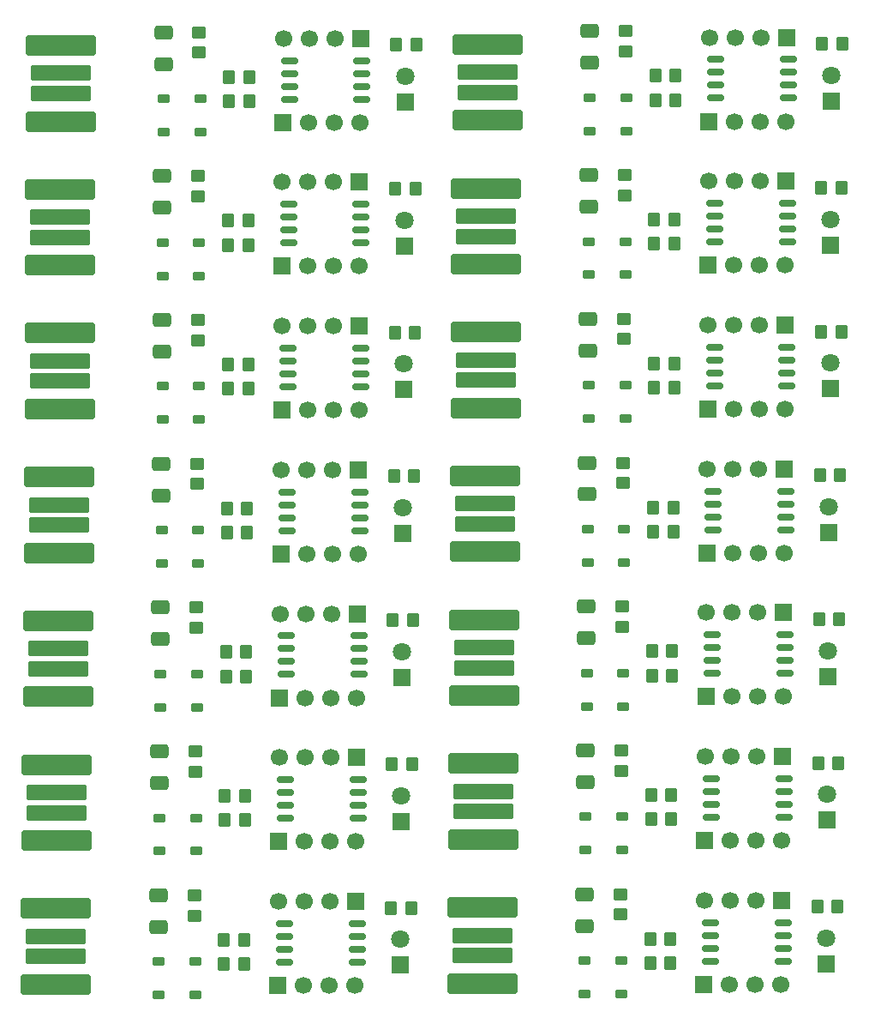
<source format=gbr>
%TF.GenerationSoftware,KiCad,Pcbnew,9.0.6*%
%TF.CreationDate,2025-12-18T22:22:39+05:30*%
%TF.ProjectId,Attiny85_USB_panel,41747469-6e79-4383-955f-5553425f7061,rev?*%
%TF.SameCoordinates,Original*%
%TF.FileFunction,Soldermask,Top*%
%TF.FilePolarity,Negative*%
%FSLAX46Y46*%
G04 Gerber Fmt 4.6, Leading zero omitted, Abs format (unit mm)*
G04 Created by KiCad (PCBNEW 9.0.6) date 2025-12-18 22:22:39*
%MOMM*%
%LPD*%
G01*
G04 APERTURE LIST*
G04 Aperture macros list*
%AMRoundRect*
0 Rectangle with rounded corners*
0 $1 Rounding radius*
0 $2 $3 $4 $5 $6 $7 $8 $9 X,Y pos of 4 corners*
0 Add a 4 corners polygon primitive as box body*
4,1,4,$2,$3,$4,$5,$6,$7,$8,$9,$2,$3,0*
0 Add four circle primitives for the rounded corners*
1,1,$1+$1,$2,$3*
1,1,$1+$1,$4,$5*
1,1,$1+$1,$6,$7*
1,1,$1+$1,$8,$9*
0 Add four rect primitives between the rounded corners*
20,1,$1+$1,$2,$3,$4,$5,0*
20,1,$1+$1,$4,$5,$6,$7,0*
20,1,$1+$1,$6,$7,$8,$9,0*
20,1,$1+$1,$8,$9,$2,$3,0*%
G04 Aperture macros list end*
%ADD10RoundRect,0.250000X-0.450000X0.350000X-0.450000X-0.350000X0.450000X-0.350000X0.450000X0.350000X0*%
%ADD11RoundRect,0.225000X-0.375000X0.225000X-0.375000X-0.225000X0.375000X-0.225000X0.375000X0.225000X0*%
%ADD12R,1.800000X1.800000*%
%ADD13C,1.800000*%
%ADD14RoundRect,0.162500X-0.650000X-0.162500X0.650000X-0.162500X0.650000X0.162500X-0.650000X0.162500X0*%
%ADD15RoundRect,0.300000X-3.200000X-0.700000X3.200000X-0.700000X3.200000X0.700000X-3.200000X0.700000X0*%
%ADD16RoundRect,0.225000X-2.775000X-0.525000X2.775000X-0.525000X2.775000X0.525000X-2.775000X0.525000X0*%
%ADD17RoundRect,0.250000X-0.350000X-0.450000X0.350000X-0.450000X0.350000X0.450000X-0.350000X0.450000X0*%
%ADD18RoundRect,0.250000X0.350000X0.450000X-0.350000X0.450000X-0.350000X-0.450000X0.350000X-0.450000X0*%
%ADD19RoundRect,0.250000X-0.650000X0.412500X-0.650000X-0.412500X0.650000X-0.412500X0.650000X0.412500X0*%
%ADD20R,1.700000X1.700000*%
%ADD21C,1.700000*%
G04 APERTURE END LIST*
D10*
%TO.C,R4*%
X112100000Y-143800000D03*
X112100000Y-145800000D03*
%TD*%
D11*
%TO.C,D2*%
X112200000Y-150350000D03*
X112200000Y-153650000D03*
%TD*%
D12*
%TO.C,D3*%
X132450000Y-150690000D03*
D13*
X132450000Y-148150000D03*
%TD*%
D14*
%TO.C,U1*%
X121012500Y-146595000D03*
X121012500Y-147865000D03*
X121012500Y-149135000D03*
X121012500Y-150405000D03*
X128187500Y-150405000D03*
X128187500Y-149135000D03*
X128187500Y-147865000D03*
X128187500Y-146595000D03*
%TD*%
D15*
%TO.C,U2*%
X98462500Y-152600000D03*
D16*
X98462500Y-149850000D03*
X98462500Y-147850000D03*
D15*
X98462500Y-145100000D03*
%TD*%
%TO.C,U2*%
X56362500Y-152700000D03*
D16*
X56362500Y-149950000D03*
X56362500Y-147950000D03*
D15*
X56362500Y-145200000D03*
%TD*%
D14*
%TO.C,U1*%
X78912500Y-146695000D03*
X78912500Y-147965000D03*
X78912500Y-149235000D03*
X78912500Y-150505000D03*
X86087500Y-150505000D03*
X86087500Y-149235000D03*
X86087500Y-147965000D03*
X86087500Y-146695000D03*
%TD*%
D17*
%TO.C,R3*%
X89450000Y-145150000D03*
X91450000Y-145150000D03*
%TD*%
D11*
%TO.C,D1*%
X66500000Y-150450000D03*
X66500000Y-153750000D03*
%TD*%
D18*
%TO.C,R1*%
X74950000Y-148300000D03*
X72950000Y-148300000D03*
%TD*%
%TO.C,R1*%
X117050000Y-148200000D03*
X115050000Y-148200000D03*
%TD*%
D17*
%TO.C,R3*%
X131550000Y-145050000D03*
X133550000Y-145050000D03*
%TD*%
D19*
%TO.C,C1*%
X108550000Y-143800000D03*
X108550000Y-146925000D03*
%TD*%
D11*
%TO.C,D1*%
X108600000Y-150350000D03*
X108600000Y-153650000D03*
%TD*%
D18*
%TO.C,R2*%
X117050000Y-150600000D03*
X115050000Y-150600000D03*
%TD*%
D19*
%TO.C,C1*%
X66450000Y-143900000D03*
X66450000Y-147025000D03*
%TD*%
D18*
%TO.C,R2*%
X74950000Y-150700000D03*
X72950000Y-150700000D03*
%TD*%
D10*
%TO.C,R4*%
X70000000Y-143900000D03*
X70000000Y-145900000D03*
%TD*%
D20*
%TO.C,J2*%
X85920000Y-144500000D03*
D21*
X83380000Y-144500000D03*
X80840000Y-144500000D03*
X78300000Y-144500000D03*
%TD*%
D20*
%TO.C,J1*%
X78270000Y-152800000D03*
D21*
X80810000Y-152800000D03*
X83350000Y-152800000D03*
X85890000Y-152800000D03*
%TD*%
D20*
%TO.C,J2*%
X128020000Y-144400000D03*
D21*
X125480000Y-144400000D03*
X122940000Y-144400000D03*
X120400000Y-144400000D03*
%TD*%
D20*
%TO.C,J1*%
X120370000Y-152700000D03*
D21*
X122910000Y-152700000D03*
X125450000Y-152700000D03*
X127990000Y-152700000D03*
%TD*%
D12*
%TO.C,D3*%
X90350000Y-150790000D03*
D13*
X90350000Y-148250000D03*
%TD*%
D11*
%TO.C,D2*%
X70100000Y-150450000D03*
X70100000Y-153750000D03*
%TD*%
D10*
%TO.C,R4*%
X112282000Y-115396000D03*
X112282000Y-117396000D03*
%TD*%
D11*
%TO.C,D2*%
X112382000Y-121946000D03*
X112382000Y-125246000D03*
%TD*%
D12*
%TO.C,D3*%
X132632000Y-122286000D03*
D13*
X132632000Y-119746000D03*
%TD*%
D19*
%TO.C,C1*%
X108632000Y-129596000D03*
X108632000Y-132721000D03*
%TD*%
D11*
%TO.C,D1*%
X108682000Y-136146000D03*
X108682000Y-139446000D03*
%TD*%
D20*
%TO.C,J2*%
X128102000Y-130196000D03*
D21*
X125562000Y-130196000D03*
X123022000Y-130196000D03*
X120482000Y-130196000D03*
%TD*%
D19*
%TO.C,C1*%
X66532000Y-129696000D03*
X66532000Y-132821000D03*
%TD*%
D10*
%TO.C,R4*%
X70082000Y-129696000D03*
X70082000Y-131696000D03*
%TD*%
D12*
%TO.C,D3*%
X90432000Y-136586000D03*
D13*
X90432000Y-134046000D03*
%TD*%
D20*
%TO.C,J1*%
X78352000Y-138596000D03*
D21*
X80892000Y-138596000D03*
X83432000Y-138596000D03*
X85972000Y-138596000D03*
%TD*%
D18*
%TO.C,R2*%
X75032000Y-136496000D03*
X73032000Y-136496000D03*
%TD*%
D20*
%TO.C,J2*%
X86002000Y-130296000D03*
D21*
X83462000Y-130296000D03*
X80922000Y-130296000D03*
X78382000Y-130296000D03*
%TD*%
D18*
%TO.C,R2*%
X117132000Y-136396000D03*
X115132000Y-136396000D03*
%TD*%
D14*
%TO.C,U1*%
X121194500Y-118191000D03*
X121194500Y-119461000D03*
X121194500Y-120731000D03*
X121194500Y-122001000D03*
X128369500Y-122001000D03*
X128369500Y-120731000D03*
X128369500Y-119461000D03*
X128369500Y-118191000D03*
%TD*%
D20*
%TO.C,J1*%
X120452000Y-138496000D03*
D21*
X122992000Y-138496000D03*
X125532000Y-138496000D03*
X128072000Y-138496000D03*
%TD*%
D11*
%TO.C,D2*%
X70182000Y-136246000D03*
X70182000Y-139546000D03*
%TD*%
D15*
%TO.C,U2*%
X98644500Y-124196000D03*
D16*
X98644500Y-121446000D03*
X98644500Y-119446000D03*
D15*
X98644500Y-116696000D03*
%TD*%
D17*
%TO.C,R3*%
X89532000Y-130946000D03*
X91532000Y-130946000D03*
%TD*%
D12*
%TO.C,D3*%
X132532000Y-136486000D03*
D13*
X132532000Y-133946000D03*
%TD*%
D14*
%TO.C,U1*%
X121094500Y-132391000D03*
X121094500Y-133661000D03*
X121094500Y-134931000D03*
X121094500Y-136201000D03*
X128269500Y-136201000D03*
X128269500Y-134931000D03*
X128269500Y-133661000D03*
X128269500Y-132391000D03*
%TD*%
%TO.C,U1*%
X78994500Y-132491000D03*
X78994500Y-133761000D03*
X78994500Y-135031000D03*
X78994500Y-136301000D03*
X86169500Y-136301000D03*
X86169500Y-135031000D03*
X86169500Y-133761000D03*
X86169500Y-132491000D03*
%TD*%
D10*
%TO.C,R4*%
X112182000Y-129596000D03*
X112182000Y-131596000D03*
%TD*%
D15*
%TO.C,U2*%
X56444500Y-138496000D03*
D16*
X56444500Y-135746000D03*
X56444500Y-133746000D03*
D15*
X56444500Y-130996000D03*
%TD*%
%TO.C,U2*%
X98544500Y-138396000D03*
D16*
X98544500Y-135646000D03*
X98544500Y-133646000D03*
D15*
X98544500Y-130896000D03*
%TD*%
D11*
%TO.C,D2*%
X112282000Y-136146000D03*
X112282000Y-139446000D03*
%TD*%
D15*
%TO.C,U2*%
X56544500Y-124296000D03*
D16*
X56544500Y-121546000D03*
X56544500Y-119546000D03*
D15*
X56544500Y-116796000D03*
%TD*%
D14*
%TO.C,U1*%
X79094500Y-118291000D03*
X79094500Y-119561000D03*
X79094500Y-120831000D03*
X79094500Y-122101000D03*
X86269500Y-122101000D03*
X86269500Y-120831000D03*
X86269500Y-119561000D03*
X86269500Y-118291000D03*
%TD*%
D17*
%TO.C,R3*%
X89632000Y-116746000D03*
X91632000Y-116746000D03*
%TD*%
D11*
%TO.C,D1*%
X66682000Y-122046000D03*
X66682000Y-125346000D03*
%TD*%
D18*
%TO.C,R1*%
X75132000Y-119896000D03*
X73132000Y-119896000D03*
%TD*%
%TO.C,R1*%
X75032000Y-134096000D03*
X73032000Y-134096000D03*
%TD*%
%TO.C,R1*%
X117132000Y-133996000D03*
X115132000Y-133996000D03*
%TD*%
%TO.C,R1*%
X117232000Y-119796000D03*
X115232000Y-119796000D03*
%TD*%
D11*
%TO.C,D1*%
X66582000Y-136246000D03*
X66582000Y-139546000D03*
%TD*%
D17*
%TO.C,R3*%
X131732000Y-116646000D03*
X133732000Y-116646000D03*
%TD*%
D19*
%TO.C,C1*%
X108732000Y-115396000D03*
X108732000Y-118521000D03*
%TD*%
D17*
%TO.C,R3*%
X131632000Y-130846000D03*
X133632000Y-130846000D03*
%TD*%
D11*
%TO.C,D1*%
X108782000Y-121946000D03*
X108782000Y-125246000D03*
%TD*%
D18*
%TO.C,R2*%
X117232000Y-122196000D03*
X115232000Y-122196000D03*
%TD*%
D19*
%TO.C,C1*%
X66632000Y-115496000D03*
X66632000Y-118621000D03*
%TD*%
D18*
%TO.C,R2*%
X75132000Y-122296000D03*
X73132000Y-122296000D03*
%TD*%
D10*
%TO.C,R4*%
X70182000Y-115496000D03*
X70182000Y-117496000D03*
%TD*%
D20*
%TO.C,J2*%
X86102000Y-116096000D03*
D21*
X83562000Y-116096000D03*
X81022000Y-116096000D03*
X78482000Y-116096000D03*
%TD*%
D20*
%TO.C,J1*%
X78452000Y-124396000D03*
D21*
X80992000Y-124396000D03*
X83532000Y-124396000D03*
X86072000Y-124396000D03*
%TD*%
D20*
%TO.C,J2*%
X128202000Y-115996000D03*
D21*
X125662000Y-115996000D03*
X123122000Y-115996000D03*
X120582000Y-115996000D03*
%TD*%
D20*
%TO.C,J1*%
X120552000Y-124296000D03*
D21*
X123092000Y-124296000D03*
X125632000Y-124296000D03*
X128172000Y-124296000D03*
%TD*%
D12*
%TO.C,D3*%
X90532000Y-122386000D03*
D13*
X90532000Y-119846000D03*
%TD*%
D11*
%TO.C,D2*%
X70282000Y-122046000D03*
X70282000Y-125346000D03*
%TD*%
D10*
%TO.C,R4*%
X112482000Y-86996000D03*
X112482000Y-88996000D03*
%TD*%
D11*
%TO.C,D2*%
X112582000Y-93546000D03*
X112582000Y-96846000D03*
%TD*%
D12*
%TO.C,D3*%
X132832000Y-93886000D03*
D13*
X132832000Y-91346000D03*
%TD*%
D19*
%TO.C,C1*%
X108832000Y-101196000D03*
X108832000Y-104321000D03*
%TD*%
D11*
%TO.C,D1*%
X108882000Y-107746000D03*
X108882000Y-111046000D03*
%TD*%
D20*
%TO.C,J2*%
X128302000Y-101796000D03*
D21*
X125762000Y-101796000D03*
X123222000Y-101796000D03*
X120682000Y-101796000D03*
%TD*%
D19*
%TO.C,C1*%
X66732000Y-101296000D03*
X66732000Y-104421000D03*
%TD*%
D10*
%TO.C,R4*%
X70282000Y-101296000D03*
X70282000Y-103296000D03*
%TD*%
D12*
%TO.C,D3*%
X90632000Y-108186000D03*
D13*
X90632000Y-105646000D03*
%TD*%
D20*
%TO.C,J1*%
X78552000Y-110196000D03*
D21*
X81092000Y-110196000D03*
X83632000Y-110196000D03*
X86172000Y-110196000D03*
%TD*%
D18*
%TO.C,R2*%
X75232000Y-108096000D03*
X73232000Y-108096000D03*
%TD*%
D20*
%TO.C,J2*%
X86202000Y-101896000D03*
D21*
X83662000Y-101896000D03*
X81122000Y-101896000D03*
X78582000Y-101896000D03*
%TD*%
D18*
%TO.C,R2*%
X117332000Y-107996000D03*
X115332000Y-107996000D03*
%TD*%
D14*
%TO.C,U1*%
X121394500Y-89791000D03*
X121394500Y-91061000D03*
X121394500Y-92331000D03*
X121394500Y-93601000D03*
X128569500Y-93601000D03*
X128569500Y-92331000D03*
X128569500Y-91061000D03*
X128569500Y-89791000D03*
%TD*%
D20*
%TO.C,J1*%
X120652000Y-110096000D03*
D21*
X123192000Y-110096000D03*
X125732000Y-110096000D03*
X128272000Y-110096000D03*
%TD*%
D11*
%TO.C,D2*%
X70382000Y-107846000D03*
X70382000Y-111146000D03*
%TD*%
D15*
%TO.C,U2*%
X98844500Y-95796000D03*
D16*
X98844500Y-93046000D03*
X98844500Y-91046000D03*
D15*
X98844500Y-88296000D03*
%TD*%
D17*
%TO.C,R3*%
X89732000Y-102546000D03*
X91732000Y-102546000D03*
%TD*%
D12*
%TO.C,D3*%
X132732000Y-108086000D03*
D13*
X132732000Y-105546000D03*
%TD*%
D14*
%TO.C,U1*%
X121294500Y-103991000D03*
X121294500Y-105261000D03*
X121294500Y-106531000D03*
X121294500Y-107801000D03*
X128469500Y-107801000D03*
X128469500Y-106531000D03*
X128469500Y-105261000D03*
X128469500Y-103991000D03*
%TD*%
%TO.C,U1*%
X79194500Y-104091000D03*
X79194500Y-105361000D03*
X79194500Y-106631000D03*
X79194500Y-107901000D03*
X86369500Y-107901000D03*
X86369500Y-106631000D03*
X86369500Y-105361000D03*
X86369500Y-104091000D03*
%TD*%
D10*
%TO.C,R4*%
X112382000Y-101196000D03*
X112382000Y-103196000D03*
%TD*%
D15*
%TO.C,U2*%
X56644500Y-110096000D03*
D16*
X56644500Y-107346000D03*
X56644500Y-105346000D03*
D15*
X56644500Y-102596000D03*
%TD*%
%TO.C,U2*%
X98744500Y-109996000D03*
D16*
X98744500Y-107246000D03*
X98744500Y-105246000D03*
D15*
X98744500Y-102496000D03*
%TD*%
D11*
%TO.C,D2*%
X112482000Y-107746000D03*
X112482000Y-111046000D03*
%TD*%
D15*
%TO.C,U2*%
X56744500Y-95896000D03*
D16*
X56744500Y-93146000D03*
X56744500Y-91146000D03*
D15*
X56744500Y-88396000D03*
%TD*%
D14*
%TO.C,U1*%
X79294500Y-89891000D03*
X79294500Y-91161000D03*
X79294500Y-92431000D03*
X79294500Y-93701000D03*
X86469500Y-93701000D03*
X86469500Y-92431000D03*
X86469500Y-91161000D03*
X86469500Y-89891000D03*
%TD*%
D17*
%TO.C,R3*%
X89832000Y-88346000D03*
X91832000Y-88346000D03*
%TD*%
D11*
%TO.C,D1*%
X66882000Y-93646000D03*
X66882000Y-96946000D03*
%TD*%
D18*
%TO.C,R1*%
X75332000Y-91496000D03*
X73332000Y-91496000D03*
%TD*%
%TO.C,R1*%
X75232000Y-105696000D03*
X73232000Y-105696000D03*
%TD*%
%TO.C,R1*%
X117332000Y-105596000D03*
X115332000Y-105596000D03*
%TD*%
%TO.C,R1*%
X117432000Y-91396000D03*
X115432000Y-91396000D03*
%TD*%
D11*
%TO.C,D1*%
X66782000Y-107846000D03*
X66782000Y-111146000D03*
%TD*%
D17*
%TO.C,R3*%
X131932000Y-88246000D03*
X133932000Y-88246000D03*
%TD*%
D19*
%TO.C,C1*%
X108932000Y-86996000D03*
X108932000Y-90121000D03*
%TD*%
D17*
%TO.C,R3*%
X131832000Y-102446000D03*
X133832000Y-102446000D03*
%TD*%
D11*
%TO.C,D1*%
X108982000Y-93546000D03*
X108982000Y-96846000D03*
%TD*%
D18*
%TO.C,R2*%
X117432000Y-93796000D03*
X115432000Y-93796000D03*
%TD*%
D19*
%TO.C,C1*%
X66832000Y-87096000D03*
X66832000Y-90221000D03*
%TD*%
D18*
%TO.C,R2*%
X75332000Y-93896000D03*
X73332000Y-93896000D03*
%TD*%
D10*
%TO.C,R4*%
X70382000Y-87096000D03*
X70382000Y-89096000D03*
%TD*%
D20*
%TO.C,J2*%
X86302000Y-87696000D03*
D21*
X83762000Y-87696000D03*
X81222000Y-87696000D03*
X78682000Y-87696000D03*
%TD*%
D20*
%TO.C,J1*%
X78652000Y-95996000D03*
D21*
X81192000Y-95996000D03*
X83732000Y-95996000D03*
X86272000Y-95996000D03*
%TD*%
D20*
%TO.C,J2*%
X128402000Y-87596000D03*
D21*
X125862000Y-87596000D03*
X123322000Y-87596000D03*
X120782000Y-87596000D03*
%TD*%
D20*
%TO.C,J1*%
X120752000Y-95896000D03*
D21*
X123292000Y-95896000D03*
X125832000Y-95896000D03*
X128372000Y-95896000D03*
%TD*%
D12*
%TO.C,D3*%
X90732000Y-93986000D03*
D13*
X90732000Y-91446000D03*
%TD*%
D11*
%TO.C,D2*%
X70482000Y-93646000D03*
X70482000Y-96946000D03*
%TD*%
D10*
%TO.C,R4*%
X112500000Y-72800000D03*
X112500000Y-74800000D03*
%TD*%
D11*
%TO.C,D2*%
X112600000Y-79350000D03*
X112600000Y-82650000D03*
%TD*%
D12*
%TO.C,D3*%
X132850000Y-79690000D03*
D13*
X132850000Y-77150000D03*
%TD*%
D14*
%TO.C,U1*%
X121412500Y-75595000D03*
X121412500Y-76865000D03*
X121412500Y-78135000D03*
X121412500Y-79405000D03*
X128587500Y-79405000D03*
X128587500Y-78135000D03*
X128587500Y-76865000D03*
X128587500Y-75595000D03*
%TD*%
D15*
%TO.C,U2*%
X98862500Y-81600000D03*
D16*
X98862500Y-78850000D03*
X98862500Y-76850000D03*
D15*
X98862500Y-74100000D03*
%TD*%
%TO.C,U2*%
X56762500Y-81700000D03*
D16*
X56762500Y-78950000D03*
X56762500Y-76950000D03*
D15*
X56762500Y-74200000D03*
%TD*%
D14*
%TO.C,U1*%
X79312500Y-75695000D03*
X79312500Y-76965000D03*
X79312500Y-78235000D03*
X79312500Y-79505000D03*
X86487500Y-79505000D03*
X86487500Y-78235000D03*
X86487500Y-76965000D03*
X86487500Y-75695000D03*
%TD*%
D17*
%TO.C,R3*%
X89850000Y-74150000D03*
X91850000Y-74150000D03*
%TD*%
D11*
%TO.C,D1*%
X66900000Y-79450000D03*
X66900000Y-82750000D03*
%TD*%
D18*
%TO.C,R1*%
X75350000Y-77300000D03*
X73350000Y-77300000D03*
%TD*%
%TO.C,R1*%
X117450000Y-77200000D03*
X115450000Y-77200000D03*
%TD*%
D17*
%TO.C,R3*%
X131950000Y-74050000D03*
X133950000Y-74050000D03*
%TD*%
D19*
%TO.C,C1*%
X108950000Y-72800000D03*
X108950000Y-75925000D03*
%TD*%
D11*
%TO.C,D1*%
X109000000Y-79350000D03*
X109000000Y-82650000D03*
%TD*%
D18*
%TO.C,R2*%
X117450000Y-79600000D03*
X115450000Y-79600000D03*
%TD*%
D19*
%TO.C,C1*%
X66850000Y-72900000D03*
X66850000Y-76025000D03*
%TD*%
D18*
%TO.C,R2*%
X75350000Y-79700000D03*
X73350000Y-79700000D03*
%TD*%
D10*
%TO.C,R4*%
X70400000Y-72900000D03*
X70400000Y-74900000D03*
%TD*%
D20*
%TO.C,J2*%
X86320000Y-73500000D03*
D21*
X83780000Y-73500000D03*
X81240000Y-73500000D03*
X78700000Y-73500000D03*
%TD*%
D20*
%TO.C,J1*%
X78670000Y-81800000D03*
D21*
X81210000Y-81800000D03*
X83750000Y-81800000D03*
X86290000Y-81800000D03*
%TD*%
D20*
%TO.C,J2*%
X128420000Y-73400000D03*
D21*
X125880000Y-73400000D03*
X123340000Y-73400000D03*
X120800000Y-73400000D03*
%TD*%
D20*
%TO.C,J1*%
X120770000Y-81700000D03*
D21*
X123310000Y-81700000D03*
X125850000Y-81700000D03*
X128390000Y-81700000D03*
%TD*%
D12*
%TO.C,D3*%
X90750000Y-79790000D03*
D13*
X90750000Y-77250000D03*
%TD*%
D11*
%TO.C,D2*%
X70500000Y-79450000D03*
X70500000Y-82750000D03*
%TD*%
D15*
%TO.C,U2*%
X98962500Y-67400000D03*
D16*
X98962500Y-64650000D03*
X98962500Y-62650000D03*
D15*
X98962500Y-59900000D03*
%TD*%
D14*
%TO.C,U1*%
X121512500Y-61395000D03*
X121512500Y-62665000D03*
X121512500Y-63935000D03*
X121512500Y-65205000D03*
X128687500Y-65205000D03*
X128687500Y-63935000D03*
X128687500Y-62665000D03*
X128687500Y-61395000D03*
%TD*%
D17*
%TO.C,R3*%
X132050000Y-59850000D03*
X134050000Y-59850000D03*
%TD*%
D11*
%TO.C,D1*%
X109100000Y-65150000D03*
X109100000Y-68450000D03*
%TD*%
D18*
%TO.C,R1*%
X117550000Y-63000000D03*
X115550000Y-63000000D03*
%TD*%
D19*
%TO.C,C1*%
X109050000Y-58600000D03*
X109050000Y-61725000D03*
%TD*%
D18*
%TO.C,R2*%
X117550000Y-65400000D03*
X115550000Y-65400000D03*
%TD*%
D10*
%TO.C,R4*%
X112600000Y-58600000D03*
X112600000Y-60600000D03*
%TD*%
D20*
%TO.C,J2*%
X128520000Y-59200000D03*
D21*
X125980000Y-59200000D03*
X123440000Y-59200000D03*
X120900000Y-59200000D03*
%TD*%
D20*
%TO.C,J1*%
X120870000Y-67500000D03*
D21*
X123410000Y-67500000D03*
X125950000Y-67500000D03*
X128490000Y-67500000D03*
%TD*%
D12*
%TO.C,D3*%
X132950000Y-65490000D03*
D13*
X132950000Y-62950000D03*
%TD*%
D11*
%TO.C,D2*%
X112700000Y-65150000D03*
X112700000Y-68450000D03*
%TD*%
D17*
%TO.C,R3*%
X89950000Y-59950000D03*
X91950000Y-59950000D03*
%TD*%
D19*
%TO.C,C1*%
X66950000Y-58700000D03*
X66950000Y-61825000D03*
%TD*%
D14*
%TO.C,U1*%
X79412500Y-61495000D03*
X79412500Y-62765000D03*
X79412500Y-64035000D03*
X79412500Y-65305000D03*
X86587500Y-65305000D03*
X86587500Y-64035000D03*
X86587500Y-62765000D03*
X86587500Y-61495000D03*
%TD*%
D15*
%TO.C,U2*%
X56862500Y-67500000D03*
D16*
X56862500Y-64750000D03*
X56862500Y-62750000D03*
D15*
X56862500Y-60000000D03*
%TD*%
D11*
%TO.C,D2*%
X70600000Y-65250000D03*
X70600000Y-68550000D03*
%TD*%
D12*
%TO.C,D3*%
X90850000Y-65590000D03*
D13*
X90850000Y-63050000D03*
%TD*%
D20*
%TO.C,J1*%
X78770000Y-67600000D03*
D21*
X81310000Y-67600000D03*
X83850000Y-67600000D03*
X86390000Y-67600000D03*
%TD*%
D20*
%TO.C,J2*%
X86420000Y-59300000D03*
D21*
X83880000Y-59300000D03*
X81340000Y-59300000D03*
X78800000Y-59300000D03*
%TD*%
D10*
%TO.C,R4*%
X70500000Y-58700000D03*
X70500000Y-60700000D03*
%TD*%
D18*
%TO.C,R2*%
X75450000Y-65500000D03*
X73450000Y-65500000D03*
%TD*%
%TO.C,R1*%
X75450000Y-63100000D03*
X73450000Y-63100000D03*
%TD*%
D11*
%TO.C,D1*%
X67000000Y-65250000D03*
X67000000Y-68550000D03*
%TD*%
M02*

</source>
